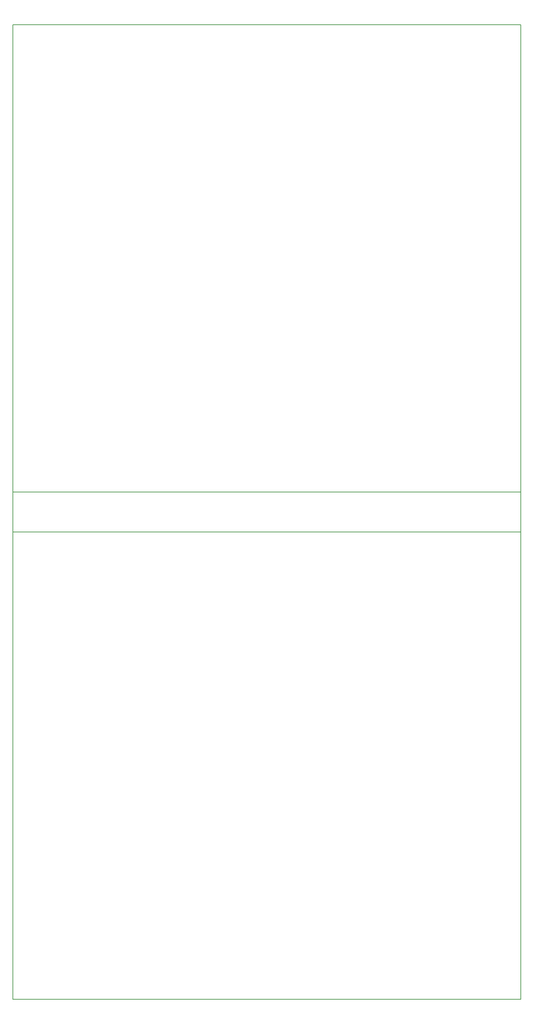
<source format=gbr>
G04 DipTrace 2.4.0.2*
%INBoardOutline.gbr*%
%MOMM*%
%ADD11C,0.14*%
%FSLAX53Y53*%
G04*
G71*
G90*
G75*
G01*
%LNBoardOutline*%
%LPD*%
X0Y91440D2*
D11*
Y-25400D1*
X127000D1*
Y91440D1*
X0D1*
Y218280D2*
Y101440D1*
X127000D1*
Y218280D1*
X0D1*
X127000D1*
Y-25400D1*
X0D1*
Y218280D1*
M02*

</source>
